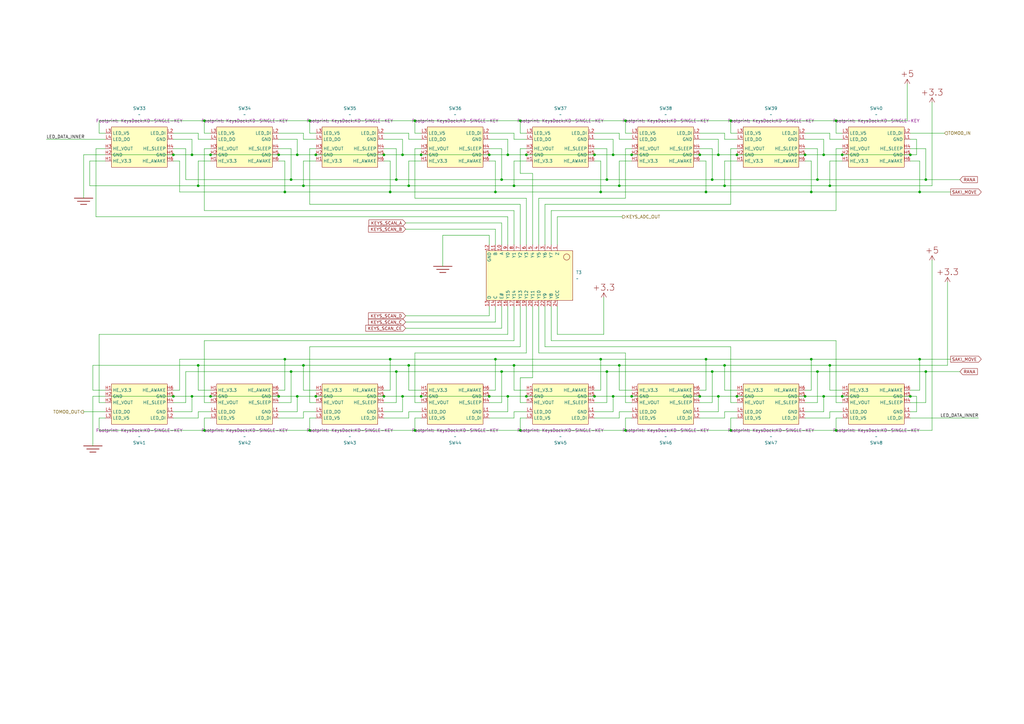
<source format=kicad_sch>
(kicad_sch (version 20250114) (generator "eeschema") (generator_version "9.0")
  (paper "A3")
  (title_block (title "Keys Dock Keys Group") (date "2025-10-29") (rev "0.2.1") (company "keys.woooo.tech"))
  (lib_symbols
    (symbol "PCM_Generic:P,+3.3" (power) (pin_numbers (hide yes)) (pin_names (offset 1.27) (hide yes))
      (symbol "P,+3.3_1_1"
        (polyline (pts (xy -1.0668 0) (xy 0 1.8288) (xy 1.0668 0)))
        (polyline (pts (xy 0 0) (xy 0 1.8288)))
        (text "+3.3" (at 0 2.54 0) (effects (font (size 2.54 2.54)) (justify bottom)))
        (pin power_in line (at 0 0 0) (length 0) (hide yes) (name "+3.3") (number "0"))
      )
    )
    (symbol "PCM_Generic:P,+5" (power) (pin_numbers (hide yes)) (pin_names (offset 1.27) (hide yes))
      (symbol "P,+5_1_1"
        (polyline (pts (xy -1.0668 0) (xy 0 1.8288) (xy 1.0668 0)))
        (polyline (pts (xy 0 0) (xy 0 1.8288)))
        (text "+5" (at 0 2.54 0) (effects (font (size 2.54 2.54)) (justify bottom)))
        (pin power_in line (at 0 0 0) (length 0) (hide yes) (name "+5") (number "0"))
      )
    )
    (symbol "PCM_Generic:P,E" (power) (pin_numbers (hide yes)) (pin_names (offset 3.81))
      (symbol "P,E_1_1"
        (polyline (pts (xy -3.81 0) (xy 3.81 0)) (stroke (width 0.254)))
        (polyline (pts (xy -2.54 -1.27) (xy 2.54 -1.27)) (stroke (width 0.254)))
        (polyline (pts (xy -1.27 -2.54) (xy 1.27 -2.54)) (stroke (width 0.254)))
        (pin power_in line (at 0 0 0) (length 0) (hide yes) (name "E") (number "0"))
      )
    )
    (symbol "components:KD_SINGLE_KEY"
      (property "Reference" "SW" (at 0 -9.398 0))
      (property "Footprint" "KeysDock:KD-SINGLE-KEY" (at 0.762 -10.922 0) (show_name))
      (symbol "KD_SINGLE_KEY_1_1"
        (rectangle (start -11.43 8.89) (end 11.43 -7.62) (fill (type background)))
        (pin power_in line (at -13.97 6.35 0) (length 2.54) (name "LED_V5") (number "L3"))
        (pin output line (at -13.97 3.81 0) (length 2.54) (name "LED_DO") (number "L4"))
        (pin output line (at -13.97 0 0) (length 2.54) (name "HE_VOUT") (number "H3"))
        (pin power_in line (at -13.97 -2.54 0) (length 2.54) (name "GND") (number "H2"))
        (pin power_in line (at -13.97 -5.08 0) (length 2.54) (name "HE_V3.3") (number "H1"))
        (pin input line (at 13.97 6.35 180) (length 2.54) (name "LED_DI") (number "L2"))
        (pin power_in line (at 13.97 3.81 180) (length 2.54) (name "GND") (number "L1"))
        (pin input line (at 13.97 0 180) (length 2.54) (name "HE_SLEEP") (number "H4"))
        (pin power_in line (at 13.97 -2.54 180) (length 2.54) (name "GND") (number "H5"))
        (pin output line (at 13.97 -5.08 180) (length 2.54) (name "HE_AWAKE") (number "H6"))
      )
    )
    (symbol "components:XL4067"
      (property "Reference" "T" (at 0 -0.254 0))
      (symbol "XL4067_0_1"
        (circle (center -7.62 15.24) (radius 1.27))
      )
      (symbol "XL4067_1_1"
        (rectangle (start -10.16 17.78) (end 10.16 -17.78) (fill (type background)))
        (pin output line (at -12.7 11.43 0) (length 2.54) (name "Z") (number "1"))
        (pin input line (at -12.7 8.89 0) (length 2.54) (name "Y7") (number "2"))
        (pin input line (at -12.7 6.35 0) (length 2.54) (name "Y6") (number "3"))
        (pin input line (at -12.7 3.81 0) (length 2.54) (name "Y5") (number "4"))
        (pin input line (at -12.7 1.27 0) (length 2.54) (name "Y4") (number "5"))
        (pin input line (at -12.7 -1.27 0) (length 2.54) (name "Y3") (number "6"))
        (pin input line (at -12.7 -3.81 0) (length 2.54) (name "Y2") (number "7"))
        (pin input line (at -12.7 -6.35 0) (length 2.54) (name "Y1") (number "8"))
        (pin input line (at -12.7 -8.89 0) (length 2.54) (name "Y0") (number "9"))
        (pin input line (at -12.7 -11.43 0) (length 2.54) (name "A") (number "10"))
        (pin input line (at -12.7 -13.97 0) (length 2.54) (name "B") (number "11"))
        (pin power_in line (at -12.7 -16.51 0) (length 2.54) (name "GND") (number "12"))
        (pin power_in line (at 12.7 11.43 180) (length 2.54) (name "VCC") (number "24"))
        (pin input line (at 12.7 8.89 180) (length 2.54) (name "Y8") (number "23"))
        (pin input line (at 12.7 6.35 180) (length 2.54) (name "Y9") (number "22"))
        (pin input line (at 12.7 3.81 180) (length 2.54) (name "Y10") (number "21"))
        (pin input line (at 12.7 1.27 180) (length 2.54) (name "Y11") (number "20"))
        (pin input line (at 12.7 -1.27 180) (length 2.54) (name "Y12") (number "19"))
        (pin input line (at 12.7 -3.81 180) (length 2.54) (name "Y13") (number "18"))
        (pin input line (at 12.7 -6.35 180) (length 2.54) (name "Y14") (number "17"))
        (pin input line (at 12.7 -8.89 180) (length 2.54) (name "Y15") (number "16"))
        (pin input line (at 12.7 -11.43 180) (length 2.54) (name "E#") (number "15"))
        (pin input line (at 12.7 -13.97 180) (length 2.54) (name "C") (number "14"))
        (pin input line (at 12.7 -16.51 180) (length 2.54) (name "D") (number "13"))
      )
    )
  )
  (junction (at 83.82 49.53))
  (junction (at 167.64 76.2))
  (junction (at 203.2 147.32))
  (junction (at 243.84 63.5))
  (junction (at 124.46 76.2))
  (junction (at 377.19 78.74))
  (junction (at 157.48 162.56))
  (junction (at 287.02 162.56))
  (junction (at 299.72 176.53))
  (junction (at 215.9 63.5))
  (junction (at 208.28 63.5))
  (junction (at 205.74 152.4))
  (junction (at 251.46 162.56))
  (junction (at 379.73 152.4))
  (junction (at 345.44 162.56))
  (junction (at 379.73 73.66))
  (junction (at 213.36 176.53))
  (junction (at 377.19 147.32))
  (junction (at 299.72 49.53))
  (junction (at 165.1 63.5))
  (junction (at 119.38 152.4))
  (junction (at 124.46 149.86))
  (junction (at 330.2 63.5))
  (junction (at 116.84 78.74))
  (junction (at 289.56 78.74))
  (junction (at 246.38 147.32))
  (junction (at 160.02 78.74))
  (junction (at 127 49.53))
  (junction (at 243.84 162.56))
  (junction (at 86.36 162.56))
  (junction (at 259.08 63.5))
  (junction (at 289.56 147.32))
  (junction (at 345.44 63.5))
  (junction (at 81.28 76.2))
  (junction (at 297.18 149.86))
  (junction (at 335.28 73.66))
  (junction (at 340.36 76.2))
  (junction (at 248.92 73.66))
  (junction (at 162.56 152.4))
  (junction (at 114.3 63.5))
  (junction (at 210.82 149.86))
  (junction (at 71.12 63.5))
  (junction (at 81.28 149.86))
  (junction (at 251.46 63.5))
  (junction (at 292.1 73.66))
  (junction (at 287.02 63.5))
  (junction (at 71.12 162.56))
  (junction (at 297.18 76.2))
  (junction (at 78.74 63.5))
  (junction (at 294.64 162.56))
  (junction (at 78.74 162.56))
  (junction (at 127 176.53))
  (junction (at 83.82 176.53))
  (junction (at 121.92 162.56))
  (junction (at 172.72 63.5))
  (junction (at 162.56 73.66))
  (junction (at 205.74 73.66))
  (junction (at 373.38 63.5))
  (junction (at 208.28 162.56))
  (junction (at 116.84 147.32))
  (junction (at 332.74 78.74))
  (junction (at 337.82 63.5))
  (junction (at 340.36 149.86))
  (junction (at 215.9 162.56))
  (junction (at 167.64 149.86))
  (junction (at 259.08 162.56))
  (junction (at 172.72 162.56))
  (junction (at 302.26 63.5))
  (junction (at 170.18 176.53))
  (junction (at 157.48 63.5))
  (junction (at 342.9 49.53))
  (junction (at 86.36 63.5))
  (junction (at 342.9 176.53))
  (junction (at 200.66 162.56))
  (junction (at 330.2 162.56))
  (junction (at 129.54 63.5))
  (junction (at 254 149.86))
  (junction (at 200.66 63.5))
  (junction (at 160.02 147.32))
  (junction (at 114.3 162.56))
  (junction (at 119.38 73.66))
  (junction (at 165.1 162.56))
  (junction (at 246.38 78.74))
  (junction (at 170.18 49.53))
  (junction (at 256.54 49.53))
  (junction (at 302.26 162.56))
  (junction (at 337.82 162.56))
  (junction (at 121.92 63.5))
  (junction (at 294.64 63.5))
  (junction (at 335.28 152.4))
  (junction (at 210.82 76.2))
  (junction (at 332.74 147.32))
  (junction (at 373.38 162.56))
  (junction (at 129.54 162.56))
  (junction (at 254 76.2))
  (junction (at 248.92 152.4))
  (junction (at 256.54 176.53))
  (junction (at 292.1 152.4))
  (junction (at 213.36 49.53))
  (junction (at 203.2 78.74))
  (wire (pts (xy 205.74 73.66) (xy 248.92 73.66)))
  (wire (pts (xy 248.92 152.4) (xy 292.1 152.4)))
  (wire (pts (xy 254 160.02) (xy 254 149.86)))
  (wire (pts (xy 157.48 63.5) (xy 165.1 63.5)))
  (wire (pts (xy 297.18 54.61) (xy 297.18 57.15)))
  (wire (pts (xy 372.11 34.29) (xy 372.11 49.53)))
  (wire (pts (xy 299.72 54.61) (xy 299.72 49.53)))
  (wire (pts (xy 340.36 171.45) (xy 340.36 168.91)))
  (wire (pts (xy 302.26 162.56) (xy 330.2 162.56)))
  (wire (pts (xy 43.18 60.96) (xy 39.37 60.96)))
  (wire (pts (xy 36.83 66.04) (xy 36.83 76.2)))
  (wire (pts (xy 259.08 162.56) (xy 287.02 162.56)))
  (wire (pts (xy 39.37 88.9) (xy 208.28 88.9)))
  (wire (pts (xy 83.82 139.7) (xy 210.82 139.7)))
  (wire (pts (xy 254 171.45) (xy 254 168.91)))
  (wire (pts (xy 299.72 165.1) (xy 299.72 142.24)))
  (wire (pts (xy 302.26 60.96) (xy 299.72 60.96)))
  (wire (pts (xy 287.02 168.91) (xy 294.64 168.91)))
  (wire (pts (xy 297.18 149.86) (xy 340.36 149.86)))
  (wire (pts (xy 127 60.96) (xy 127 83.82)))
  (wire (pts (xy 71.12 171.45) (xy 81.28 171.45)))
  (wire (pts (xy 379.73 152.4) (xy 393.7 152.4)))
  (wire (pts (xy 200.66 162.56) (xy 208.28 162.56)))
  (wire (pts (xy 299.72 142.24) (xy 223.52 142.24)))
  (wire (pts (xy 251.46 57.15) (xy 251.46 63.5)))
  (wire (pts (xy 243.84 171.45) (xy 254 171.45)))
  (wire (pts (xy 373.38 60.96) (xy 379.73 60.96)))
  (wire (pts (xy 287.02 66.04) (xy 289.56 66.04)))
  (wire (pts (xy 382.27 176.53) (xy 342.9 176.53)))
  (wire (pts (xy 330.2 165.1) (xy 335.28 165.1)))
  (wire (pts (xy 170.18 49.53) (xy 127 49.53)))
  (wire (pts (xy 332.74 160.02) (xy 332.74 147.32)))
  (wire (pts (xy 243.84 168.91) (xy 251.46 168.91)))
  (wire (pts (xy 299.72 171.45) (xy 299.72 176.53)))
  (wire (pts (xy 297.18 171.45) (xy 297.18 168.91)))
  (wire (pts (xy 342.9 54.61) (xy 342.9 49.53)))
  (wire (pts (xy 248.92 73.66) (xy 292.1 73.66)))
  (wire (pts (xy 220.98 81.28) (xy 220.98 100.33)))
  (wire (pts (xy 167.64 160.02) (xy 167.64 149.86)))
  (wire (pts (xy 215.9 60.96) (xy 213.36 60.96)))
  (wire (pts (xy 200.66 60.96) (xy 205.74 60.96)))
  (wire (pts (xy 251.46 162.56) (xy 259.08 162.56)))
  (wire (pts (xy 34.29 168.91) (xy 43.18 168.91)))
  (wire (pts (xy 335.28 60.96) (xy 335.28 73.66)))
  (wire (pts (xy 377.19 66.04) (xy 377.19 78.74)))
  (wire (pts (xy 210.82 57.15) (xy 215.9 57.15)))
  (wire (pts (xy 165.1 57.15) (xy 165.1 63.5)))
  (wire (pts (xy 287.02 171.45) (xy 297.18 171.45)))
  (wire (pts (xy 213.36 54.61) (xy 213.36 49.53)))
  (wire (pts (xy 243.84 165.1) (xy 248.92 165.1)))
  (wire (pts (xy 228.6 125.73) (xy 228.6 137.16)))
  (wire (pts (xy 116.84 160.02) (xy 116.84 147.32)))
  (wire (pts (xy 124.46 149.86) (xy 167.64 149.86)))
  (wire (pts (xy 40.64 176.53) (xy 40.64 171.45)))
  (wire (pts (xy 210.82 86.36) (xy 210.82 100.33)))
  (wire (pts (xy 372.11 49.53) (xy 342.9 49.53)))
  (wire (pts (xy 259.08 66.04) (xy 254 66.04)))
  (wire (pts (xy 114.3 60.96) (xy 119.38 60.96)))
  (wire (pts (xy 81.28 76.2) (xy 124.46 76.2)))
  (wire (pts (xy 76.2 60.96) (xy 76.2 73.66)))
  (wire (pts (xy 345.44 63.5) (xy 373.38 63.5)))
  (wire (pts (xy 129.54 165.1) (xy 127 165.1)))
  (wire (pts (xy 243.84 54.61) (xy 254 54.61)))
  (wire (pts (xy 157.48 162.56) (xy 165.1 162.56)))
  (wire (pts (xy 297.18 66.04) (xy 297.18 76.2)))
  (wire (pts (xy 294.64 57.15) (xy 294.64 63.5)))
  (wire (pts (xy 375.92 63.5) (xy 373.38 63.5)))
  (wire (pts (xy 379.73 73.66) (xy 393.7 73.66)))
  (wire (pts (xy 114.3 66.04) (xy 116.84 66.04)))
  (wire (pts (xy 129.54 60.96) (xy 127 60.96)))
  (wire (pts (xy 226.06 86.36) (xy 226.06 100.33)))
  (wire (pts (xy 289.56 147.32) (xy 332.74 147.32)))
  (wire (pts (xy 345.44 171.45) (xy 342.9 171.45)))
  (wire (pts (xy 200.66 168.91) (xy 208.28 168.91)))
  (wire (pts (xy 172.72 54.61) (xy 170.18 54.61)))
  (wire (pts (xy 210.82 125.73) (xy 210.82 139.7)))
  (wire (pts (xy 332.74 147.32) (xy 377.19 147.32)))
  (wire (pts (xy 292.1 165.1) (xy 292.1 152.4)))
  (wire (pts (xy 83.82 60.96) (xy 83.82 86.36)))
  (wire (pts (xy 43.18 162.56) (xy 38.1 162.56)))
  (wire (pts (xy 345.44 162.56) (xy 373.38 162.56)))
  (wire (pts (xy 287.02 165.1) (xy 292.1 165.1)))
  (wire (pts (xy 218.44 125.73) (xy 218.44 154.94)))
  (wire (pts (xy 81.28 66.04) (xy 81.28 76.2)))
  (wire (pts (xy 160.02 78.74) (xy 203.2 78.74)))
  (wire (pts (xy 243.84 162.56) (xy 251.46 162.56)))
  (wire (pts (xy 86.36 63.5) (xy 114.3 63.5)))
  (wire (pts (xy 294.64 168.91) (xy 294.64 162.56)))
  (wire (pts (xy 124.46 54.61) (xy 124.46 57.15)))
  (wire (pts (xy 45.72 162.56) (xy 71.12 162.56)))
  (wire (pts (xy 200.66 125.73) (xy 200.66 129.54)))
  (wire (pts (xy 71.12 54.61) (xy 81.28 54.61)))
  (wire (pts (xy 167.64 57.15) (xy 172.72 57.15)))
  (wire (pts (xy 165.1 162.56) (xy 172.72 162.56)))
  (wire (pts (xy 342.9 60.96) (xy 342.9 86.36)))
  (wire (pts (xy 342.9 176.53) (xy 299.72 176.53)))
  (wire (pts (xy 340.36 168.91) (xy 345.44 168.91)))
  (wire (pts (xy 243.84 66.04) (xy 246.38 66.04)))
  (wire (pts (xy 81.28 149.86) (xy 124.46 149.86)))
  (wire (pts (xy 379.73 165.1) (xy 379.73 152.4)))
  (wire (pts (xy 40.64 49.53) (xy 40.64 54.61)))
  (wire (pts (xy 243.84 60.96) (xy 248.92 60.96)))
  (wire (pts (xy 345.44 66.04) (xy 340.36 66.04)))
  (wire (pts (xy 223.52 83.82) (xy 223.52 100.33)))
  (wire (pts (xy 166.37 91.44) (xy 205.74 91.44)))
  (wire (pts (xy 71.12 160.02) (xy 73.66 160.02)))
  (wire (pts (xy 299.72 83.82) (xy 223.52 83.82)))
  (wire (pts (xy 208.28 57.15) (xy 208.28 63.5)))
  (wire (pts (xy 71.12 162.56) (xy 78.74 162.56)))
  (wire (pts (xy 246.38 78.74) (xy 289.56 78.74)))
  (wire (pts (xy 86.36 171.45) (xy 83.82 171.45)))
  (wire (pts (xy 124.46 168.91) (xy 129.54 168.91)))
  (wire (pts (xy 78.74 162.56) (xy 86.36 162.56)))
  (wire (pts (xy 213.36 125.73) (xy 213.36 142.24)))
  (wire (pts (xy 116.84 66.04) (xy 116.84 78.74)))
  (wire (pts (xy 292.1 73.66) (xy 335.28 73.66)))
  (wire (pts (xy 203.2 66.04) (xy 203.2 78.74)))
  (wire (pts (xy 210.82 160.02) (xy 210.82 149.86)))
  (wire (pts (xy 124.46 66.04) (xy 124.46 76.2)))
  (wire (pts (xy 302.26 63.5) (xy 330.2 63.5)))
  (wire (pts (xy 162.56 152.4) (xy 205.74 152.4)))
  (wire (pts (xy 243.84 160.02) (xy 246.38 160.02)))
  (wire (pts (xy 256.54 176.53) (xy 213.36 176.53)))
  (wire (pts (xy 205.74 152.4) (xy 248.92 152.4)))
  (wire (pts (xy 205.74 165.1) (xy 205.74 152.4)))
  (wire (pts (xy 215.9 171.45) (xy 213.36 171.45)))
  (wire (pts (xy 166.37 93.98) (xy 203.2 93.98)))
  (wire (pts (xy 289.56 66.04) (xy 289.56 78.74)))
  (wire (pts (xy 246.38 147.32) (xy 289.56 147.32)))
  (wire (pts (xy 127 49.53) (xy 83.82 49.53)))
  (wire (pts (xy 299.72 49.53) (xy 256.54 49.53)))
  (wire (pts (xy 157.48 160.02) (xy 160.02 160.02)))
  (wire (pts (xy 71.12 63.5) (xy 78.74 63.5)))
  (wire (pts (xy 167.64 66.04) (xy 167.64 76.2)))
  (wire (pts (xy 373.38 57.15) (xy 375.92 57.15)))
  (wire (pts (xy 335.28 73.66) (xy 379.73 73.66)))
  (wire (pts (xy 167.64 54.61) (xy 167.64 57.15)))
  (wire (pts (xy 166.37 129.54) (xy 200.66 129.54)))
  (wire (pts (xy 205.74 60.96) (xy 205.74 73.66)))
  (wire (pts (xy 210.82 54.61) (xy 210.82 57.15)))
  (wire (pts (xy 34.29 63.5) (xy 34.29 81.28)))
  (wire (pts (xy 200.66 100.33) (xy 200.66 96.52)))
  (wire (pts (xy 162.56 73.66) (xy 205.74 73.66)))
  (wire (pts (xy 203.2 160.02) (xy 203.2 147.32)))
  (wire (pts (xy 40.64 137.16) (xy 208.28 137.16)))
  (wire (pts (xy 124.46 160.02) (xy 124.46 149.86)))
  (wire (pts (xy 167.64 149.86) (xy 210.82 149.86)))
  (wire (pts (xy 299.72 176.53) (xy 256.54 176.53)))
  (wire (pts (xy 243.84 63.5) (xy 251.46 63.5)))
  (wire (pts (xy 215.9 66.04) (xy 210.82 66.04)))
  (wire (pts (xy 373.38 171.45) (xy 401.32 171.45)))
  (wire (pts (xy 297.18 57.15) (xy 302.26 57.15)))
  (wire (pts (xy 86.36 165.1) (xy 83.82 165.1)))
  (wire (pts (xy 81.28 168.91) (xy 86.36 168.91)))
  (wire (pts (xy 302.26 160.02) (xy 297.18 160.02)))
  (wire (pts (xy 116.84 147.32) (xy 160.02 147.32)))
  (wire (pts (xy 170.18 171.45) (xy 170.18 176.53)))
  (wire (pts (xy 330.2 168.91) (xy 337.82 168.91)))
  (wire (pts (xy 78.74 57.15) (xy 78.74 63.5)))
  (wire (pts (xy 200.66 160.02) (xy 203.2 160.02)))
  (wire (pts (xy 73.66 78.74) (xy 116.84 78.74)))
  (wire (pts (xy 342.9 171.45) (xy 342.9 176.53)))
  (wire (pts (xy 340.36 149.86) (xy 388.62 149.86)))
  (wire (pts (xy 129.54 66.04) (xy 124.46 66.04)))
  (wire (pts (xy 215.9 162.56) (xy 243.84 162.56)))
  (wire (pts (xy 247.65 121.92) (xy 247.65 137.16)))
  (wire (pts (xy 160.02 147.32) (xy 203.2 147.32)))
  (wire (pts (xy 345.44 160.02) (xy 340.36 160.02)))
  (wire (pts (xy 119.38 73.66) (xy 162.56 73.66)))
  (wire (pts (xy 256.54 144.78) (xy 220.98 144.78)))
  (wire (pts (xy 86.36 60.96) (xy 83.82 60.96)))
  (wire (pts (xy 124.46 76.2) (xy 167.64 76.2)))
  (wire (pts (xy 297.18 160.02) (xy 297.18 149.86)))
  (wire (pts (xy 213.36 60.96) (xy 213.36 71.12)))
  (wire (pts (xy 215.9 81.28) (xy 215.9 100.33)))
  (wire (pts (xy 71.12 165.1) (xy 76.2 165.1)))
  (wire (pts (xy 181.61 96.52) (xy 181.61 109.22)))
  (wire (pts (xy 243.84 57.15) (xy 251.46 57.15)))
  (wire (pts (xy 330.2 160.02) (xy 332.74 160.02)))
  (wire (pts (xy 83.82 171.45) (xy 83.82 176.53)))
  (wire (pts (xy 330.2 63.5) (xy 337.82 63.5)))
  (wire (pts (xy 213.36 154.94) (xy 218.44 154.94)))
  (wire (pts (xy 208.28 168.91) (xy 208.28 162.56)))
  (wire (pts (xy 162.56 165.1) (xy 162.56 152.4)))
  (wire (pts (xy 114.3 165.1) (xy 119.38 165.1)))
  (wire (pts (xy 377.19 147.32) (xy 389.89 147.32)))
  (wire (pts (xy 114.3 171.45) (xy 124.46 171.45)))
  (wire (pts (xy 167.64 168.91) (xy 172.72 168.91)))
  (wire (pts (xy 73.66 66.04) (xy 73.66 78.74)))
  (wire (pts (xy 170.18 176.53) (xy 127 176.53)))
  (wire (pts (xy 129.54 54.61) (xy 127 54.61)))
  (wire (pts (xy 256.54 54.61) (xy 256.54 49.53)))
  (wire (pts (xy 208.28 162.56) (xy 215.9 162.56)))
  (wire (pts (xy 81.28 57.15) (xy 86.36 57.15)))
  (wire (pts (xy 38.1 160.02) (xy 38.1 149.86)))
  (wire (pts (xy 172.72 63.5) (xy 200.66 63.5)))
  (wire (pts (xy 127 171.45) (xy 127 176.53)))
  (wire (pts (xy 375.92 162.56) (xy 373.38 162.56)))
  (wire (pts (xy 337.82 63.5) (xy 345.44 63.5)))
  (wire (pts (xy 170.18 165.1) (xy 170.18 144.78)))
  (wire (pts (xy 86.36 162.56) (xy 114.3 162.56)))
  (wire (pts (xy 377.19 160.02) (xy 377.19 147.32)))
  (wire (pts (xy 157.48 165.1) (xy 162.56 165.1)))
  (wire (pts (xy 119.38 60.96) (xy 119.38 73.66)))
  (wire (pts (xy 248.92 165.1) (xy 248.92 152.4)))
  (wire (pts (xy 259.08 160.02) (xy 254 160.02)))
  (wire (pts (xy 119.38 165.1) (xy 119.38 152.4)))
  (wire (pts (xy 210.82 171.45) (xy 210.82 168.91)))
  (wire (pts (xy 172.72 66.04) (xy 167.64 66.04)))
  (wire (pts (xy 246.38 160.02) (xy 246.38 147.32)))
  (wire (pts (xy 200.66 171.45) (xy 210.82 171.45)))
  (wire (pts (xy 213.36 171.45) (xy 213.36 176.53)))
  (wire (pts (xy 330.2 171.45) (xy 340.36 171.45)))
  (wire (pts (xy 332.74 78.74) (xy 377.19 78.74)))
  (wire (pts (xy 124.46 171.45) (xy 124.46 168.91)))
  (wire (pts (xy 76.2 73.66) (xy 119.38 73.66)))
  (wire (pts (xy 332.74 66.04) (xy 332.74 78.74)))
  (wire (pts (xy 210.82 168.91) (xy 215.9 168.91)))
  (wire (pts (xy 81.28 160.02) (xy 81.28 149.86)))
  (wire (pts (xy 200.66 96.52) (xy 181.61 96.52)))
  (wire (pts (xy 203.2 78.74) (xy 246.38 78.74)))
  (wire (pts (xy 287.02 63.5) (xy 294.64 63.5)))
  (wire (pts (xy 170.18 54.61) (xy 170.18 49.53)))
  (wire (pts (xy 337.82 57.15) (xy 337.82 63.5)))
  (wire (pts (xy 373.38 66.04) (xy 377.19 66.04)))
  (wire (pts (xy 228.6 100.33) (xy 228.6 88.9)))
  (wire (pts (xy 83.82 49.53) (xy 40.64 49.53)))
  (wire (pts (xy 167.64 171.45) (xy 167.64 168.91)))
  (wire (pts (xy 157.48 57.15) (xy 165.1 57.15)))
  (wire (pts (xy 213.36 176.53) (xy 170.18 176.53)))
  (wire (pts (xy 259.08 60.96) (xy 256.54 60.96)))
  (wire (pts (xy 342.9 165.1) (xy 342.9 139.7)))
  (wire (pts (xy 330.2 54.61) (xy 340.36 54.61)))
  (wire (pts (xy 342.9 49.53) (xy 299.72 49.53)))
  (wire (pts (xy 208.28 63.5) (xy 215.9 63.5)))
  (wire (pts (xy 256.54 49.53) (xy 213.36 49.53)))
  (wire (pts (xy 165.1 168.91) (xy 165.1 162.56)))
  (wire (pts (xy 73.66 147.32) (xy 116.84 147.32)))
  (wire (pts (xy 116.84 78.74) (xy 160.02 78.74)))
  (wire (pts (xy 200.66 63.5) (xy 208.28 63.5)))
  (wire (pts (xy 342.9 86.36) (xy 226.06 86.36)))
  (wire (pts (xy 256.54 81.28) (xy 220.98 81.28)))
  (wire (pts (xy 86.36 66.04) (xy 81.28 66.04)))
  (wire (pts (xy 200.66 54.61) (xy 210.82 54.61)))
  (wire (pts (xy 40.64 171.45) (xy 43.18 171.45)))
  (wire (pts (xy 215.9 125.73) (xy 215.9 144.78)))
  (wire (pts (xy 292.1 152.4) (xy 335.28 152.4)))
  (wire (pts (xy 170.18 60.96) (xy 170.18 81.28)))
  (wire (pts (xy 287.02 54.61) (xy 297.18 54.61)))
  (wire (pts (xy 83.82 165.1) (xy 83.82 139.7)))
  (wire (pts (xy 157.48 66.04) (xy 160.02 66.04)))
  (wire (pts (xy 340.36 54.61) (xy 340.36 57.15)))
  (wire (pts (xy 86.36 160.02) (xy 81.28 160.02)))
  (wire (pts (xy 200.66 66.04) (xy 203.2 66.04)))
  (wire (pts (xy 203.2 100.33) (xy 203.2 93.98)))
  (wire (pts (xy 335.28 152.4) (xy 379.73 152.4)))
  (wire (pts (xy 345.44 54.61) (xy 342.9 54.61)))
  (wire (pts (xy 38.1 149.86) (xy 81.28 149.86)))
  (wire (pts (xy 127 176.53) (xy 83.82 176.53)))
  (wire (pts (xy 205.74 100.33) (xy 205.74 91.44)))
  (wire (pts (xy 254 76.2) (xy 297.18 76.2)))
  (wire (pts (xy 302.26 66.04) (xy 297.18 66.04)))
  (wire (pts (xy 218.44 71.12) (xy 218.44 100.33)))
  (wire (pts (xy 259.08 171.45) (xy 256.54 171.45)))
  (wire (pts (xy 170.18 144.78) (xy 215.9 144.78)))
  (wire (pts (xy 157.48 60.96) (xy 162.56 60.96)))
  (wire (pts (xy 340.36 57.15) (xy 345.44 57.15)))
  (wire (pts (xy 375.92 168.91) (xy 375.92 162.56)))
  (wire (pts (xy 254 149.86) (xy 297.18 149.86)))
  (wire (pts (xy 226.06 125.73) (xy 226.06 139.7)))
  (wire (pts (xy 302.26 165.1) (xy 299.72 165.1)))
  (wire (pts (xy 377.19 78.74) (xy 389.89 78.74)))
  (wire (pts (xy 121.92 168.91) (xy 121.92 162.56)))
  (wire (pts (xy 256.54 60.96) (xy 256.54 81.28)))
  (wire (pts (xy 78.74 63.5) (xy 86.36 63.5)))
  (wire (pts (xy 172.72 162.56) (xy 200.66 162.56)))
  (wire (pts (xy 259.08 63.5) (xy 287.02 63.5)))
  (wire (pts (xy 254 54.61) (xy 254 57.15)))
  (wire (pts (xy 256.54 171.45) (xy 256.54 176.53)))
  (wire (pts (xy 228.6 88.9) (xy 255.27 88.9)))
  (wire (pts (xy 292.1 60.96) (xy 292.1 73.66)))
  (wire (pts (xy 215.9 160.02) (xy 210.82 160.02)))
  (wire (pts (xy 223.52 125.73) (xy 223.52 142.24)))
  (wire (pts (xy 71.12 168.91) (xy 78.74 168.91)))
  (wire (pts (xy 36.83 66.04) (xy 43.18 66.04)))
  (wire (pts (xy 330.2 57.15) (xy 337.82 57.15)))
  (wire (pts (xy 373.38 165.1) (xy 379.73 165.1)))
  (wire (pts (xy 337.82 162.56) (xy 345.44 162.56)))
  (wire (pts (xy 289.56 78.74) (xy 332.74 78.74)))
  (wire (pts (xy 259.08 54.61) (xy 256.54 54.61)))
  (wire (pts (xy 200.66 165.1) (xy 205.74 165.1)))
  (wire (pts (xy 129.54 162.56) (xy 157.48 162.56)))
  (wire (pts (xy 294.64 63.5) (xy 302.26 63.5)))
  (wire (pts (xy 213.36 49.53) (xy 170.18 49.53)))
  (wire (pts (xy 388.62 115.57) (xy 388.62 149.86)))
  (wire (pts (xy 40.64 165.1) (xy 40.64 137.16)))
  (wire (pts (xy 215.9 165.1) (xy 213.36 165.1)))
  (wire (pts (xy 287.02 57.15) (xy 294.64 57.15)))
  (wire (pts (xy 166.37 134.62) (xy 205.74 134.62)))
  (wire (pts (xy 213.36 71.12) (xy 218.44 71.12)))
  (wire (pts (xy 114.3 63.5) (xy 121.92 63.5)))
  (wire (pts (xy 382.27 41.91) (xy 382.27 76.2)))
  (wire (pts (xy 297.18 168.91) (xy 302.26 168.91)))
  (wire (pts (xy 71.12 60.96) (xy 76.2 60.96)))
  (wire (pts (xy 165.1 63.5) (xy 172.72 63.5)))
  (wire (pts (xy 43.18 63.5) (xy 34.29 63.5)))
  (wire (pts (xy 375.92 57.15) (xy 375.92 63.5)))
  (wire (pts (xy 205.74 125.73) (xy 205.74 134.62)))
  (wire (pts (xy 246.38 66.04) (xy 246.38 78.74)))
  (wire (pts (xy 208.28 125.73) (xy 208.28 137.16)))
  (wire (pts (xy 160.02 66.04) (xy 160.02 78.74)))
  (wire (pts (xy 38.1 160.02) (xy 43.18 160.02)))
  (wire (pts (xy 86.36 54.61) (xy 83.82 54.61)))
  (wire (pts (xy 114.3 162.56) (xy 121.92 162.56)))
  (wire (pts (xy 83.82 176.53) (xy 40.64 176.53)))
  (wire (pts (xy 127 165.1) (xy 127 142.24)))
  (wire (pts (xy 78.74 168.91) (xy 78.74 162.56)))
  (wire (pts (xy 302.26 171.45) (xy 299.72 171.45)))
  (wire (pts (xy 127 142.24) (xy 213.36 142.24)))
  (wire (pts (xy 157.48 54.61) (xy 167.64 54.61)))
  (wire (pts (xy 251.46 168.91) (xy 251.46 162.56)))
  (wire (pts (xy 114.3 57.15) (xy 121.92 57.15)))
  (wire (pts (xy 166.37 132.08) (xy 203.2 132.08)))
  (wire (pts (xy 157.48 168.91) (xy 165.1 168.91)))
  (wire (pts (xy 213.36 83.82) (xy 213.36 100.33)))
  (wire (pts (xy 167.64 76.2) (xy 210.82 76.2)))
  (wire (pts (xy 228.6 137.16) (xy 247.65 137.16)))
  (wire (pts (xy 19.05 57.15) (xy 43.18 57.15)))
  (wire (pts (xy 345.44 60.96) (xy 342.9 60.96)))
  (wire (pts (xy 71.12 66.04) (xy 73.66 66.04)))
  (wire (pts (xy 335.28 165.1) (xy 335.28 152.4)))
  (wire (pts (xy 215.9 54.61) (xy 213.36 54.61)))
  (wire (pts (xy 43.18 165.1) (xy 40.64 165.1)))
  (wire (pts (xy 248.92 60.96) (xy 248.92 73.66)))
  (wire (pts (xy 121.92 63.5) (xy 129.54 63.5)))
  (wire (pts (xy 287.02 162.56) (xy 294.64 162.56)))
  (wire (pts (xy 172.72 60.96) (xy 170.18 60.96)))
  (wire (pts (xy 172.72 160.02) (xy 167.64 160.02)))
  (wire (pts (xy 129.54 160.02) (xy 124.46 160.02)))
  (wire (pts (xy 121.92 162.56) (xy 129.54 162.56)))
  (wire (pts (xy 45.72 63.5) (xy 71.12 63.5)))
  (wire (pts (xy 76.2 165.1) (xy 76.2 152.4)))
  (wire (pts (xy 119.38 152.4) (xy 162.56 152.4)))
  (wire (pts (xy 114.3 54.61) (xy 124.46 54.61)))
  (wire (pts (xy 302.26 54.61) (xy 299.72 54.61)))
  (wire (pts (xy 203.2 147.32) (xy 246.38 147.32)))
  (wire (pts (xy 71.12 57.15) (xy 78.74 57.15)))
  (wire (pts (xy 210.82 149.86) (xy 254 149.86)))
  (wire (pts (xy 124.46 57.15) (xy 129.54 57.15)))
  (wire (pts (xy 213.36 165.1) (xy 213.36 154.94)))
  (wire (pts (xy 259.08 165.1) (xy 256.54 165.1)))
  (wire (pts (xy 81.28 171.45) (xy 81.28 168.91)))
  (wire (pts (xy 200.66 57.15) (xy 208.28 57.15)))
  (wire (pts (xy 40.64 54.61) (xy 43.18 54.61)))
  (wire (pts (xy 83.82 86.36) (xy 210.82 86.36)))
  (wire (pts (xy 172.72 165.1) (xy 170.18 165.1)))
  (wire (pts (xy 373.38 160.02) (xy 377.19 160.02)))
  (wire (pts (xy 289.56 160.02) (xy 289.56 147.32)))
  (wire (pts (xy 220.98 125.73) (xy 220.98 144.78)))
  (wire (pts (xy 340.36 66.04) (xy 340.36 76.2)))
  (wire (pts (xy 254 168.91) (xy 259.08 168.91)))
  (wire (pts (xy 127 83.82) (xy 213.36 83.82)))
  (wire (pts (xy 340.36 76.2) (xy 382.27 76.2)))
  (wire (pts (xy 251.46 63.5) (xy 259.08 63.5)))
  (wire (pts (xy 299.72 60.96) (xy 299.72 83.82)))
  (wire (pts (xy 297.18 76.2) (xy 340.36 76.2)))
  (wire (pts (xy 330.2 66.04) (xy 332.74 66.04)))
  (wire (pts (xy 254 66.04) (xy 254 76.2)))
  (wire (pts (xy 337.82 168.91) (xy 337.82 162.56)))
  (wire (pts (xy 287.02 60.96) (xy 292.1 60.96)))
  (wire (pts (xy 256.54 165.1) (xy 256.54 144.78)))
  (wire (pts (xy 38.1 162.56) (xy 38.1 182.88)))
  (wire (pts (xy 39.37 60.96) (xy 39.37 88.9)))
  (wire (pts (xy 254 57.15) (xy 259.08 57.15)))
  (wire (pts (xy 121.92 57.15) (xy 121.92 63.5)))
  (wire (pts (xy 287.02 160.02) (xy 289.56 160.02)))
  (wire (pts (xy 345.44 165.1) (xy 342.9 165.1)))
  (wire (pts (xy 203.2 125.73) (xy 203.2 132.08)))
  (wire (pts (xy 294.64 162.56) (xy 302.26 162.56)))
  (wire (pts (xy 76.2 152.4) (xy 119.38 152.4)))
  (wire (pts (xy 210.82 76.2) (xy 254 76.2)))
  (wire (pts (xy 330.2 162.56) (xy 337.82 162.56)))
  (wire (pts (xy 73.66 160.02) (xy 73.66 147.32)))
  (wire (pts (xy 379.73 60.96) (xy 379.73 73.66)))
  (wire (pts (xy 373.38 54.61) (xy 387.35 54.61)))
  (wire (pts (xy 382.27 106.68) (xy 382.27 176.53)))
  (wire (pts (xy 210.82 66.04) (xy 210.82 76.2)))
  (wire (pts (xy 81.28 54.61) (xy 81.28 57.15)))
  (wire (pts (xy 129.54 63.5) (xy 157.48 63.5)))
  (wire (pts (xy 342.9 139.7) (xy 226.06 139.7)))
  (wire (pts (xy 157.48 171.45) (xy 167.64 171.45)))
  (wire (pts (xy 127 54.61) (xy 127 49.53)))
  (wire (pts (xy 83.82 54.61) (xy 83.82 49.53)))
  (wire (pts (xy 330.2 60.96) (xy 335.28 60.96)))
  (wire (pts (xy 340.36 160.02) (xy 340.36 149.86)))
  (wire (pts (xy 373.38 168.91) (xy 375.92 168.91)))
  (wire (pts (xy 215.9 63.5) (xy 243.84 63.5)))
  (wire (pts (xy 170.18 81.28) (xy 215.9 81.28)))
  (wire (pts (xy 162.56 60.96) (xy 162.56 73.66)))
  (wire (pts (xy 36.83 76.2) (xy 81.28 76.2)))
  (wire (pts (xy 160.02 160.02) (xy 160.02 147.32)))
  (wire (pts (xy 129.54 171.45) (xy 127 171.45)))
  (wire (pts (xy 172.72 171.45) (xy 170.18 171.45)))
  (wire (pts (xy 114.3 168.91) (xy 121.92 168.91)))
  (wire (pts (xy 114.3 160.02) (xy 116.84 160.02)))
  (wire (pts (xy 208.28 88.9) (xy 208.28 100.33)))
  (label "LED_DATA_INNER" (at 19.05 57.15 0))
  (label "LED_DATA_INNER" (at 401.32 171.45 180))
  (global_label "RANA" (shape input) (at 393.7 73.66 0) (property "Intersheetrefs" "${INTERSHEET_REFS}" (effects (hide yes))))
  (global_label "SAKI_MOVE" (shape output) (at 389.89 147.32 0) (property "Intersheetrefs" "${INTERSHEET_REFS}" (effects (hide yes))))
  (global_label "KEYS_SCAN_C" (shape input) (at 166.37 132.08 180) (property "Intersheetrefs" "${INTERSHEET_REFS}" (effects (hide yes))))
  (global_label "KEYS_SCAN_A" (shape input) (at 166.37 91.44 180) (property "Intersheetrefs" "${INTERSHEET_REFS}" (effects (hide yes))))
  (global_label "KEYS_SCAN_CE" (shape input) (at 166.37 134.62 180) (property "Intersheetrefs" "${INTERSHEET_REFS}" (effects (hide yes))))
  (global_label "KEYS_SCAN_D" (shape input) (at 166.37 129.54 180) (property "Intersheetrefs" "${INTERSHEET_REFS}" (effects (hide yes))))
  (global_label "SAKI_MOVE" (shape output) (at 389.89 78.74 0) (property "Intersheetrefs" "${INTERSHEET_REFS}" (effects (hide yes))))
  (global_label "KEYS_SCAN_B" (shape input) (at 166.37 93.98 180) (property "Intersheetrefs" "${INTERSHEET_REFS}" (effects (hide yes))))
  (global_label "RANA" (shape input) (at 393.7 152.4 0) (property "Intersheetrefs" "${INTERSHEET_REFS}" (effects (hide yes))))
  (hierarchical_label "KEYS_ADC_OUT" (shape output) (at 255.27 88.9 0))
  (hierarchical_label "TOMO0_OUT" (shape output) (at 34.29 168.91 180))
  (hierarchical_label "TOMO0_IN" (shape input) (at 387.35 54.61 0))
  (symbol (lib_id "PCM_Generic:P,E") (at 181.61 109.22 0) (unit 1)
    (property "Reference" "#PWR026" (effects (hide yes)))
    (property "Value" "P,E" (effects (hide yes)))
    (property "Description" "earth/ground/earthing/grounding (E)" (effects (hide yes)))
    (instances (project "" (path "" (reference "#PWR028") (unit 1)) (path "" (reference "#PWR029") (unit 1)) (path "" (reference "#PWR027") (unit 1)) (path "" (reference "#PWR026") (unit 1))))
  )
  (symbol (lib_id "components:KD_SINGLE_KEY") (at 359.41 60.96 0) (unit 1)
    (property "Reference" "SW5" (at 359.41 44.45 0))
    (property "Value" "~" (at 359.41 46.99 0))
    (property "Footprint" "KeysDock:KD-SINGLE-KEY" (at 359.41 49.53 0) (show_name yes))
    (instances (project "typeboard" (path "" (reference "SW40") (unit 1)) (path "" (reference "SW56") (unit 1)) (path "" (reference "SW25") (unit 1)) (path "" (reference "SW5") (unit 1))))
  )
  (symbol (lib_id "components:KD_SINGLE_KEY") (at 186.69 165.1 0) (mirror x) (unit 1)
    (property "Reference" "SW7" (at 186.69 181.61 0))
    (property "Value" "~" (at 186.69 179.07 0))
    (property "Footprint" "KeysDock:KD-SINGLE-KEY" (at 186.69 176.53 0) (show_name yes))
    (instances (project "typeboard" (path "" (reference "SW44") (unit 1)) (path "" (reference "SW60") (unit 1)) (path "" (reference "SW29") (unit 1)) (path "" (reference "SW7") (unit 1))))
  )
  (symbol (lib_id "components:KD_SINGLE_KEY") (at 186.69 60.96 0) (unit 1)
    (property "Reference" "SW3" (at 186.69 44.45 0))
    (property "Value" "~" (at 186.69 46.99 0))
    (property "Footprint" "KeysDock:KD-SINGLE-KEY" (at 186.69 49.53 0) (show_name yes))
    (instances (project "typeboard" (path "" (reference "SW36") (unit 1)) (path "" (reference "SW52") (unit 1)) (path "" (reference "SW21") (unit 1)) (path "" (reference "SW3") (unit 1))))
  )
  (symbol (lib_id "PCM_Generic:P,E") (at 38.1 182.88 0) (unit 1)
    (property "Reference" "#PWR04" (effects (hide yes)))
    (property "Value" "P,E" (effects (hide yes)))
    (property "Description" "earth/ground/earthing/grounding (E)" (effects (hide yes)))
    (instances (project "typeboard" (path "" (reference "#PWR02") (unit 1)) (path "" (reference "#PWR017") (unit 1)) (path "" (reference "#PWR08") (unit 1)) (path "" (reference "#PWR04") (unit 1))))
  )
  (symbol (lib_id "PCM_Generic:P,E") (at 34.29 81.28 0) (unit 1)
    (property "Reference" "#PWR0103" (effects (hide yes)))
    (property "Value" "P,E" (effects (hide yes)))
    (property "Description" "earth/ground/earthing/grounding (E)" (effects (hide yes)))
    (instances (project "typeboard" (path "" (reference "#PWR01") (unit 1)) (path "" (reference "#PWR016") (unit 1)) (path "" (reference "#PWR07") (unit 1)) (path "" (reference "#PWR0103") (unit 1))))
  )
  (symbol (lib_id "PCM_Generic:P,+3.3") (at 388.62 115.57 0) (unit 1)
    (property "Reference" "#PWR06" (effects (hide yes)))
    (property "Value" "P,+3.3" (effects (hide yes)))
    (property "Description" "+3.3 positive potential/voltage (global DC power supply node)" (effects (hide yes)))
    (instances (project "typeboard" (path "" (reference "#PWR015") (unit 1)) (path "" (reference "#PWR021") (unit 1)) (path "" (reference "#PWR012") (unit 1)) (path "" (reference "#PWR06") (unit 1))))
  )
  (symbol (lib_id "components:KD_SINGLE_KEY") (at 273.05 60.96 0) (unit 1)
    (property "Reference" "SW4" (at 273.05 44.45 0))
    (property "Value" "~" (at 273.05 46.99 0))
    (property "Footprint" "KeysDock:KD-SINGLE-KEY" (at 273.05 49.53 0) (show_name yes))
    (instances (project "typeboard" (path "" (reference "SW38") (unit 1)) (path "" (reference "SW54") (unit 1)) (path "" (reference "SW23") (unit 1)) (path "" (reference "SW4") (unit 1))))
  )
  (symbol (lib_id "PCM_Generic:P,+5") (at 372.11 34.29 0) (unit 1)
    (property "Reference" "#PWR0101" (effects (hide yes)))
    (property "Value" "P,+5" (effects (hide yes)))
    (property "Description" "+5 positive potential/voltage (global DC power supply node)" (effects (hide yes)))
    (instances (project "typeboard" (path "" (reference "#PWR03") (unit 1)) (path "" (reference "#PWR018") (unit 1)) (path "" (reference "#PWR09") (unit 1)) (path "" (reference "#PWR0101") (unit 1))))
  )
  (symbol (lib_id "components:KD_SINGLE_KEY") (at 316.23 165.1 0) (mirror x) (unit 1)
    (property "Reference" "SW16" (at 316.23 181.61 0))
    (property "Value" "~" (at 316.23 179.07 0))
    (property "Footprint" "KeysDock:KD-SINGLE-KEY" (at 316.23 176.53 0) (show_name yes))
    (instances (project "typeboard" (path "" (reference "SW47") (unit 1)) (path "" (reference "SW63") (unit 1)) (path "" (reference "SW32") (unit 1)) (path "" (reference "SW16") (unit 1))))
  )
  (symbol (lib_id "components:KD_SINGLE_KEY") (at 359.41 165.1 0) (mirror x) (unit 1)
    (property "Reference" "SW1" (at 359.41 181.61 0))
    (property "Value" "~" (at 359.41 179.07 0))
    (property "Footprint" "KeysDock:KD-SINGLE-KEY" (at 359.41 176.53 0) (show_name yes))
    (instances (project "typeboard" (path "" (reference "SW48") (unit 1)) (path "" (reference "SW64") (unit 1)) (path "" (reference "SW17") (unit 1)) (path "" (reference "SW1") (unit 1))))
  )
  (symbol (lib_id "components:KD_SINGLE_KEY") (at 229.87 60.96 0) (unit 1)
    (property "Reference" "SW11" (at 229.87 44.45 0))
    (property "Value" "~" (at 229.87 46.99 0))
    (property "Footprint" "KeysDock:KD-SINGLE-KEY" (at 229.87 49.53 0) (show_name yes))
    (instances (project "typeboard" (path "" (reference "SW37") (unit 1)) (path "" (reference "SW53") (unit 1)) (path "" (reference "SW22") (unit 1)) (path "" (reference "SW11") (unit 1))))
  )
  (symbol (lib_id "components:XL4067") (at 217.17 113.03 270) (unit 1)
    (property "Reference" "T1" (at 236.22 111.7599 90) (effects (justify left)))
    (property "Value" "~" (at 236.22 114.2999 90) (effects (justify left)))
    (property "Footprint" "KeysDock:XL4067" (effects (hide yes)))
    (property "Datasheet" "kicad-embed://xl4067-datasheet.pdf" (effects (hide yes)))
    (instances (project "" (path "" (reference "T3") (unit 1)) (path "" (reference "T4") (unit 1)) (path "" (reference "T2") (unit 1)) (path "" (reference "T1") (unit 1))))
  )
  (symbol (lib_id "components:KD_SINGLE_KEY") (at 143.51 60.96 0) (unit 1)
    (property "Reference" "SW10" (at 143.51 44.45 0))
    (property "Value" "~" (at 143.51 46.99 0))
    (property "Footprint" "KeysDock:KD-SINGLE-KEY" (at 143.51 49.53 0) (show_name yes))
    (instances (project "typeboard" (path "" (reference "SW35") (unit 1)) (path "" (reference "SW51") (unit 1)) (path "" (reference "SW20") (unit 1)) (path "" (reference "SW10") (unit 1))))
  )
  (symbol (lib_id "PCM_Generic:P,+3.3") (at 247.65 121.92 0) (unit 1)
    (property "Reference" "#PWR022" (effects (hide yes)))
    (property "Value" "P,+3.3" (effects (hide yes)))
    (property "Description" "+3.3 positive potential/voltage (global DC power supply node)" (effects (hide yes)))
    (instances (project "" (path "" (reference "#PWR024") (unit 1)) (path "" (reference "#PWR025") (unit 1)) (path "" (reference "#PWR023") (unit 1)) (path "" (reference "#PWR022") (unit 1))))
  )
  (symbol (lib_id "components:KD_SINGLE_KEY") (at 57.15 60.96 0) (unit 1)
    (property "Reference" "SW9" (at 57.15 44.45 0))
    (property "Value" "~" (at 57.15 46.99 0))
    (property "Footprint" "KeysDock:KD-SINGLE-KEY" (at 57.15 49.53 0) (show_name yes))
    (instances (project "typeboard" (path "" (reference "SW33") (unit 1)) (path "" (reference "SW49") (unit 1)) (path "" (reference "SW18") (unit 1)) (path "" (reference "SW9") (unit 1))))
  )
  (symbol (lib_id "components:KD_SINGLE_KEY") (at 100.33 60.96 0) (unit 1)
    (property "Reference" "SW2" (at 100.33 44.45 0))
    (property "Value" "~" (at 100.33 46.99 0))
    (property "Footprint" "KeysDock:KD-SINGLE-KEY" (at 100.33 49.53 0) (show_name yes))
    (instances (project "typeboard" (path "" (reference "SW34") (unit 1)) (path "" (reference "SW50") (unit 1)) (path "" (reference "SW19") (unit 1)) (path "" (reference "SW2") (unit 1))))
  )
  (symbol (lib_id "components:KD_SINGLE_KEY") (at 143.51 165.1 0) (mirror x) (unit 1)
    (property "Reference" "SW14" (at 143.51 181.61 0))
    (property "Value" "~" (at 143.51 179.07 0))
    (property "Footprint" "KeysDock:KD-SINGLE-KEY" (at 143.51 176.53 0) (show_name yes))
    (instances (project "typeboard" (path "" (reference "SW43") (unit 1)) (path "" (reference "SW59") (unit 1)) (path "" (reference "SW28") (unit 1)) (path "" (reference "SW14") (unit 1))))
  )
  (symbol (lib_id "components:KD_SINGLE_KEY") (at 316.23 60.96 0) (unit 1)
    (property "Reference" "SW12" (at 316.23 44.45 0))
    (property "Value" "~" (at 316.23 46.99 0))
    (property "Footprint" "KeysDock:KD-SINGLE-KEY" (at 316.23 49.53 0) (show_name yes))
    (instances (project "typeboard" (path "" (reference "SW39") (unit 1)) (path "" (reference "SW55") (unit 1)) (path "" (reference "SW24") (unit 1)) (path "" (reference "SW12") (unit 1))))
  )
  (symbol (lib_id "components:KD_SINGLE_KEY") (at 57.15 165.1 0) (mirror x) (unit 1)
    (property "Reference" "SW13" (at 57.15 181.61 0))
    (property "Value" "~" (at 57.15 179.07 0))
    (property "Footprint" "KeysDock:KD-SINGLE-KEY" (at 57.15 176.53 0) (show_name yes))
    (instances (project "typeboard" (path "" (reference "SW41") (unit 1)) (path "" (reference "SW57") (unit 1)) (path "" (reference "SW26") (unit 1)) (path "" (reference "SW13") (unit 1))))
  )
  (symbol (lib_id "components:KD_SINGLE_KEY") (at 100.33 165.1 0) (mirror x) (unit 1)
    (property "Reference" "SW6" (at 100.33 181.61 0))
    (property "Value" "~" (at 100.33 179.07 0))
    (property "Footprint" "KeysDock:KD-SINGLE-KEY" (at 100.33 176.53 0) (show_name yes))
    (instances (project "typeboard" (path "" (reference "SW42") (unit 1)) (path "" (reference "SW58") (unit 1)) (path "" (reference "SW27") (unit 1)) (path "" (reference "SW6") (unit 1))))
  )
  (symbol (lib_id "components:KD_SINGLE_KEY") (at 229.87 165.1 0) (mirror x) (unit 1)
    (property "Reference" "SW15" (at 229.87 181.61 0))
    (property "Value" "~" (at 229.87 179.07 0))
    (property "Footprint" "KeysDock:KD-SINGLE-KEY" (at 229.87 176.53 0) (show_name yes))
    (instances (project "typeboard" (path "" (reference "SW45") (unit 1)) (path "" (reference "SW61") (unit 1)) (path "" (reference "SW30") (unit 1)) (path "" (reference "SW15") (unit 1))))
  )
  (symbol (lib_id "PCM_Generic:P,+5") (at 382.27 106.68 0) (unit 1)
    (property "Reference" "#PWR05" (effects (hide yes)))
    (property "Value" "P,+5" (effects (hide yes)))
    (property "Description" "+5 positive potential/voltage (global DC power supply node)" (effects (hide yes)))
    (instances (project "typeboard" (path "" (reference "#PWR014") (unit 1)) (path "" (reference "#PWR020") (unit 1)) (path "" (reference "#PWR011") (unit 1)) (path "" (reference "#PWR05") (unit 1))))
  )
  (symbol (lib_id "components:KD_SINGLE_KEY") (at 273.05 165.1 0) (mirror x) (unit 1)
    (property "Reference" "SW8" (at 273.05 181.61 0))
    (property "Value" "~" (at 273.05 179.07 0))
    (property "Footprint" "KeysDock:KD-SINGLE-KEY" (at 273.05 176.53 0) (show_name yes))
    (instances (project "typeboard" (path "" (reference "SW46") (unit 1)) (path "" (reference "SW62") (unit 1)) (path "" (reference "SW31") (unit 1)) (path "" (reference "SW8") (unit 1))))
  )
  (symbol (lib_id "PCM_Generic:P,+3.3") (at 382.27 41.91 0) (unit 1)
    (property "Reference" "#PWR0102" (effects (hide yes)))
    (property "Value" "P,+3.3" (effects (hide yes)))
    (property "Description" "+3.3 positive potential/voltage (global DC power supply node)" (effects (hide yes)))
    (instances (project "typeboard" (path "" (reference "#PWR013") (unit 1)) (path "" (reference "#PWR019") (unit 1)) (path "" (reference "#PWR010") (unit 1)) (path "" (reference "#PWR0102") (unit 1))))
  )
)
</source>
